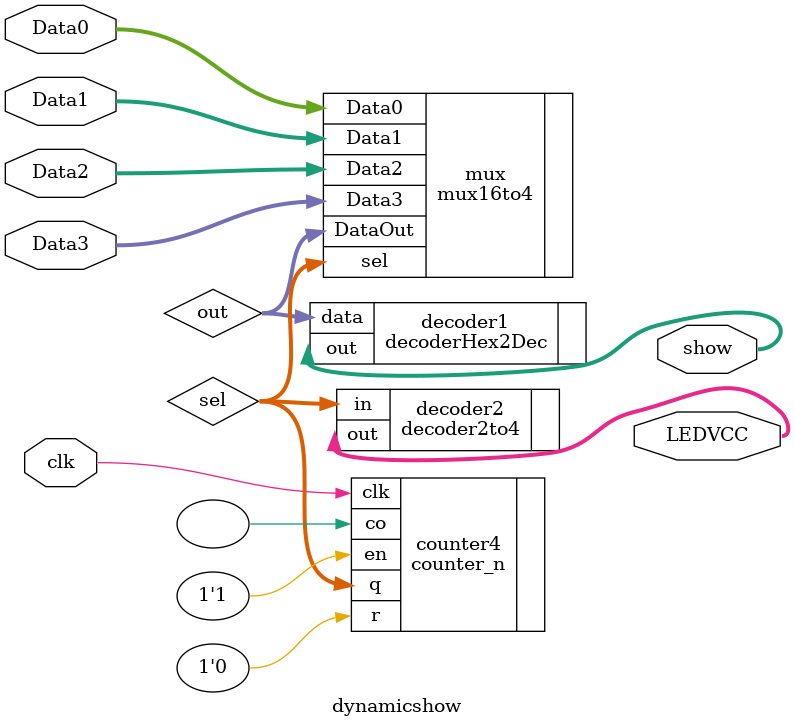
<source format=v>
module dynamicshow (
    input [3:0] Data0,Data1,Data2,Data3,
    input clk,
    output [6:0] show,
    output [3:0] LEDVCC
);
    wire [1:0] sel;
    counter_n #(.n(4) , .counter_bits(2)) counter4(.clk(clk) , .r(1'b0) , .en(1'b1) , .q(sel) , .co());

    wire [3:0] out;
    mux16to4 mux(.Data0(Data0) , .Data1(Data1) , .Data2(Data2) , .Data3(Data3) , .sel(sel) , .DataOut(out));

    decoderHex2Dec decoder1(.data(out) , .out(show));

    decoder2to4 decoder2(.in(sel) , .out(LEDVCC));
    
endmodule
</source>
